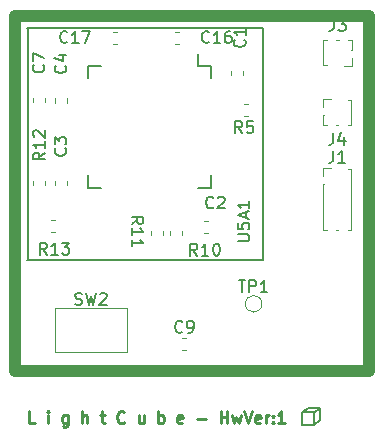
<source format=gbr>
G04 #@! TF.GenerationSoftware,KiCad,Pcbnew,5.0.2-bee76a0~70~ubuntu18.04.1*
G04 #@! TF.CreationDate,2020-07-09T21:56:47-07:00*
G04 #@! TF.ProjectId,light_thing_hw,6c696768-745f-4746-9869-6e675f68772e,rev?*
G04 #@! TF.SameCoordinates,Original*
G04 #@! TF.FileFunction,Legend,Top*
G04 #@! TF.FilePolarity,Positive*
%FSLAX46Y46*%
G04 Gerber Fmt 4.6, Leading zero omitted, Abs format (unit mm)*
G04 Created by KiCad (PCBNEW 5.0.2-bee76a0~70~ubuntu18.04.1) date Thu 09 Jul 2020 09:56:47 PM PDT*
%MOMM*%
%LPD*%
G01*
G04 APERTURE LIST*
%ADD10C,0.200000*%
%ADD11C,0.250000*%
%ADD12C,1.000000*%
%ADD13C,0.150000*%
%ADD14C,0.120000*%
G04 APERTURE END LIST*
D10*
X118110000Y-67056000D02*
X118110000Y-86614000D01*
X138000000Y-86558000D02*
X138000000Y-67000000D01*
X138000000Y-67000000D02*
X118000000Y-67000000D01*
X118000000Y-86614000D02*
X138000000Y-86614000D01*
X142300000Y-99600000D02*
X142800000Y-99200000D01*
X142850000Y-100150000D02*
X142300000Y-100600000D01*
X142850000Y-99150000D02*
X142850000Y-100150000D01*
X141850000Y-99150000D02*
X142850000Y-99150000D01*
X141300000Y-99550000D02*
X141850000Y-99150000D01*
X142300000Y-100600000D02*
X141300000Y-100600000D01*
X142300000Y-99550000D02*
X142300000Y-100600000D01*
X141300000Y-99550000D02*
X142300000Y-99550000D01*
X141300000Y-100550000D02*
X141300000Y-99550000D01*
D11*
X118690476Y-100452380D02*
X118214285Y-100452380D01*
X118214285Y-99452380D01*
X119785714Y-100452380D02*
X119785714Y-99785714D01*
X119785714Y-99452380D02*
X119738095Y-99500000D01*
X119785714Y-99547619D01*
X119833333Y-99500000D01*
X119785714Y-99452380D01*
X119785714Y-99547619D01*
X121452380Y-99785714D02*
X121452380Y-100595238D01*
X121404761Y-100690476D01*
X121357142Y-100738095D01*
X121261904Y-100785714D01*
X121119047Y-100785714D01*
X121023809Y-100738095D01*
X121452380Y-100404761D02*
X121357142Y-100452380D01*
X121166666Y-100452380D01*
X121071428Y-100404761D01*
X121023809Y-100357142D01*
X120976190Y-100261904D01*
X120976190Y-99976190D01*
X121023809Y-99880952D01*
X121071428Y-99833333D01*
X121166666Y-99785714D01*
X121357142Y-99785714D01*
X121452380Y-99833333D01*
X122690476Y-100452380D02*
X122690476Y-99452380D01*
X123119047Y-100452380D02*
X123119047Y-99928571D01*
X123071428Y-99833333D01*
X122976190Y-99785714D01*
X122833333Y-99785714D01*
X122738095Y-99833333D01*
X122690476Y-99880952D01*
X124214285Y-99785714D02*
X124595238Y-99785714D01*
X124357142Y-99452380D02*
X124357142Y-100309523D01*
X124404761Y-100404761D01*
X124500000Y-100452380D01*
X124595238Y-100452380D01*
X126261904Y-100357142D02*
X126214285Y-100404761D01*
X126071428Y-100452380D01*
X125976190Y-100452380D01*
X125833333Y-100404761D01*
X125738095Y-100309523D01*
X125690476Y-100214285D01*
X125642857Y-100023809D01*
X125642857Y-99880952D01*
X125690476Y-99690476D01*
X125738095Y-99595238D01*
X125833333Y-99500000D01*
X125976190Y-99452380D01*
X126071428Y-99452380D01*
X126214285Y-99500000D01*
X126261904Y-99547619D01*
X127880952Y-99785714D02*
X127880952Y-100452380D01*
X127452380Y-99785714D02*
X127452380Y-100309523D01*
X127500000Y-100404761D01*
X127595238Y-100452380D01*
X127738095Y-100452380D01*
X127833333Y-100404761D01*
X127880952Y-100357142D01*
X129119047Y-100452380D02*
X129119047Y-99452380D01*
X129119047Y-99833333D02*
X129214285Y-99785714D01*
X129404761Y-99785714D01*
X129500000Y-99833333D01*
X129547619Y-99880952D01*
X129595238Y-99976190D01*
X129595238Y-100261904D01*
X129547619Y-100357142D01*
X129500000Y-100404761D01*
X129404761Y-100452380D01*
X129214285Y-100452380D01*
X129119047Y-100404761D01*
X131166666Y-100404761D02*
X131071428Y-100452380D01*
X130880952Y-100452380D01*
X130785714Y-100404761D01*
X130738095Y-100309523D01*
X130738095Y-99928571D01*
X130785714Y-99833333D01*
X130880952Y-99785714D01*
X131071428Y-99785714D01*
X131166666Y-99833333D01*
X131214285Y-99928571D01*
X131214285Y-100023809D01*
X130738095Y-100119047D01*
X132404761Y-100071428D02*
X133166666Y-100071428D01*
X134404761Y-100452380D02*
X134404761Y-99452380D01*
X134404761Y-99928571D02*
X134976190Y-99928571D01*
X134976190Y-100452380D02*
X134976190Y-99452380D01*
X135357142Y-99785714D02*
X135547619Y-100452380D01*
X135738095Y-99976190D01*
X135928571Y-100452380D01*
X136119047Y-99785714D01*
X136357142Y-99452380D02*
X136690476Y-100452380D01*
X137023809Y-99452380D01*
X137738095Y-100404761D02*
X137642857Y-100452380D01*
X137452380Y-100452380D01*
X137357142Y-100404761D01*
X137309523Y-100309523D01*
X137309523Y-99928571D01*
X137357142Y-99833333D01*
X137452380Y-99785714D01*
X137642857Y-99785714D01*
X137738095Y-99833333D01*
X137785714Y-99928571D01*
X137785714Y-100023809D01*
X137309523Y-100119047D01*
X138214285Y-100452380D02*
X138214285Y-99785714D01*
X138214285Y-99976190D02*
X138261904Y-99880952D01*
X138309523Y-99833333D01*
X138404761Y-99785714D01*
X138500000Y-99785714D01*
X138833333Y-100357142D02*
X138880952Y-100404761D01*
X138833333Y-100452380D01*
X138785714Y-100404761D01*
X138833333Y-100357142D01*
X138833333Y-100452380D01*
X138833333Y-99833333D02*
X138880952Y-99880952D01*
X138833333Y-99928571D01*
X138785714Y-99880952D01*
X138833333Y-99833333D01*
X138833333Y-99928571D01*
X139833333Y-100452380D02*
X139261904Y-100452380D01*
X139547619Y-100452380D02*
X139547619Y-99452380D01*
X139452380Y-99595238D01*
X139357142Y-99690476D01*
X139261904Y-99738095D01*
D12*
X147000000Y-96000000D02*
X147000000Y-66000000D01*
X117000000Y-96000000D02*
X147000000Y-96000000D01*
X117000000Y-66000000D02*
X117000000Y-96000000D01*
X147000000Y-66000000D02*
X117000000Y-66000000D01*
D13*
G04 #@! TO.C,U5A1*
X132489571Y-70198695D02*
X132489571Y-69173695D01*
X133564571Y-80548695D02*
X133564571Y-79473695D01*
X123214571Y-80548695D02*
X123214571Y-79473695D01*
X123214571Y-70198695D02*
X123214571Y-71273695D01*
X133564571Y-70198695D02*
X133564571Y-71273695D01*
X123214571Y-70198695D02*
X124289571Y-70198695D01*
X123214571Y-80548695D02*
X124289571Y-80548695D01*
X133564571Y-80548695D02*
X132489571Y-80548695D01*
X133564571Y-70198695D02*
X132489571Y-70198695D01*
D14*
G04 #@! TO.C,C1*
X135249571Y-70954962D02*
X135249571Y-70612428D01*
X136269571Y-70954962D02*
X136269571Y-70612428D01*
G04 #@! TO.C,C2*
X133019892Y-84323103D02*
X133362426Y-84323103D01*
X133019892Y-83303103D02*
X133362426Y-83303103D01*
G04 #@! TO.C,C3*
X121409571Y-79967428D02*
X121409571Y-80309962D01*
X120389571Y-79967428D02*
X120389571Y-80309962D01*
G04 #@! TO.C,C4*
X120389571Y-72967428D02*
X120389571Y-73309962D01*
X121409571Y-72967428D02*
X121409571Y-73309962D01*
G04 #@! TO.C,C7*
X118521626Y-73303433D02*
X118521626Y-72960899D01*
X119541626Y-73303433D02*
X119541626Y-72960899D01*
G04 #@! TO.C,C9*
X131153733Y-94280000D02*
X131496267Y-94280000D01*
X131153733Y-93260000D02*
X131496267Y-93260000D01*
G04 #@! TO.C,C16*
X130862426Y-68323103D02*
X130519892Y-68323103D01*
X130862426Y-67303103D02*
X130519892Y-67303103D01*
G04 #@! TO.C,C17*
X125612426Y-67303103D02*
X125269892Y-67303103D01*
X125612426Y-68323103D02*
X125269892Y-68323103D01*
G04 #@! TO.C,J1*
X143054000Y-78817000D02*
X143764000Y-78817000D01*
X143054000Y-79502000D02*
X143054000Y-78817000D01*
X145158493Y-78942000D02*
X145474000Y-78942000D01*
X143054000Y-80187000D02*
X143155724Y-80187000D01*
X145474000Y-78942000D02*
X145474000Y-84062000D01*
X143054000Y-80187000D02*
X143054000Y-84062000D01*
X144158493Y-84062000D02*
X144369507Y-84062000D01*
X145158493Y-84062000D02*
X145474000Y-84062000D01*
X143054000Y-84062000D02*
X143369507Y-84062000D01*
G04 #@! TO.C,J3*
X145522740Y-68004132D02*
X145207233Y-68004132D01*
X143418247Y-68004132D02*
X143102740Y-68004132D01*
X144418247Y-68004132D02*
X144207233Y-68004132D01*
X145522740Y-68879132D02*
X145522740Y-68004132D01*
X143102740Y-70124132D02*
X143102740Y-68004132D01*
X145522740Y-68879132D02*
X145421016Y-68879132D01*
X143418247Y-70124132D02*
X143102740Y-70124132D01*
X145522740Y-69564132D02*
X145522740Y-70249132D01*
X145522740Y-70249132D02*
X144812740Y-70249132D01*
G04 #@! TO.C,J4*
X143054000Y-72975000D02*
X143764000Y-72975000D01*
X143054000Y-73660000D02*
X143054000Y-72975000D01*
X145158493Y-73100000D02*
X145474000Y-73100000D01*
X143054000Y-74345000D02*
X143155724Y-74345000D01*
X145474000Y-73100000D02*
X145474000Y-75220000D01*
X143054000Y-74345000D02*
X143054000Y-75220000D01*
X144158493Y-75220000D02*
X144369507Y-75220000D01*
X145158493Y-75220000D02*
X145474000Y-75220000D01*
X143054000Y-75220000D02*
X143369507Y-75220000D01*
G04 #@! TO.C,R5*
X136367733Y-74424000D02*
X136710267Y-74424000D01*
X136367733Y-73404000D02*
X136710267Y-73404000D01*
G04 #@! TO.C,R10*
X130099571Y-84549962D02*
X130099571Y-84207428D01*
X131119571Y-84549962D02*
X131119571Y-84207428D01*
G04 #@! TO.C,R11*
X128499571Y-84549962D02*
X128499571Y-84207428D01*
X129519571Y-84549962D02*
X129519571Y-84207428D01*
G04 #@! TO.C,R12*
X118521626Y-80303433D02*
X118521626Y-79960899D01*
X119541626Y-80303433D02*
X119541626Y-79960899D01*
G04 #@! TO.C,R13*
X120033304Y-83213695D02*
X120375838Y-83213695D01*
X120033304Y-84233695D02*
X120375838Y-84233695D01*
G04 #@! TO.C,SW2*
X120360000Y-90730000D02*
X126480000Y-90730000D01*
X126480000Y-90730000D02*
X126480000Y-94430000D01*
X126480000Y-94430000D02*
X120360000Y-94430000D01*
X120360000Y-94430000D02*
X120360000Y-90730000D01*
G04 #@! TO.C,TP1*
X137900000Y-90350000D02*
G75*
G03X137900000Y-90350000I-700000J0D01*
G01*
G04 #@! TO.C,U5A1*
D13*
X135841951Y-85040361D02*
X136651475Y-85040361D01*
X136746713Y-84992742D01*
X136794332Y-84945123D01*
X136841951Y-84849885D01*
X136841951Y-84659409D01*
X136794332Y-84564171D01*
X136746713Y-84516552D01*
X136651475Y-84468933D01*
X135841951Y-84468933D01*
X135841951Y-83516552D02*
X135841951Y-83992742D01*
X136318142Y-84040361D01*
X136270523Y-83992742D01*
X136222904Y-83897504D01*
X136222904Y-83659409D01*
X136270523Y-83564171D01*
X136318142Y-83516552D01*
X136413380Y-83468933D01*
X136651475Y-83468933D01*
X136746713Y-83516552D01*
X136794332Y-83564171D01*
X136841951Y-83659409D01*
X136841951Y-83897504D01*
X136794332Y-83992742D01*
X136746713Y-84040361D01*
X136556237Y-83087980D02*
X136556237Y-82611790D01*
X136841951Y-83183218D02*
X135841951Y-82849885D01*
X136841951Y-82516552D01*
X136841951Y-81659409D02*
X136841951Y-82230837D01*
X136841951Y-81945123D02*
X135841951Y-81945123D01*
X135984809Y-82040361D01*
X136080047Y-82135599D01*
X136127666Y-82230837D01*
G04 #@! TO.C,C1*
X136423301Y-67979769D02*
X136470920Y-68027388D01*
X136518539Y-68170245D01*
X136518539Y-68265483D01*
X136470920Y-68408341D01*
X136375682Y-68503579D01*
X136280444Y-68551198D01*
X136089968Y-68598817D01*
X135947111Y-68598817D01*
X135756635Y-68551198D01*
X135661397Y-68503579D01*
X135566159Y-68408341D01*
X135518539Y-68265483D01*
X135518539Y-68170245D01*
X135566159Y-68027388D01*
X135613778Y-67979769D01*
X136518539Y-67027388D02*
X136518539Y-67598817D01*
X136518539Y-67313103D02*
X135518539Y-67313103D01*
X135661397Y-67408341D01*
X135756635Y-67503579D01*
X135804254Y-67598817D01*
G04 #@! TO.C,C2*
X133794492Y-82170245D02*
X133746873Y-82217864D01*
X133604016Y-82265483D01*
X133508778Y-82265483D01*
X133365920Y-82217864D01*
X133270682Y-82122626D01*
X133223063Y-82027388D01*
X133175444Y-81836912D01*
X133175444Y-81694055D01*
X133223063Y-81503579D01*
X133270682Y-81408341D01*
X133365920Y-81313103D01*
X133508778Y-81265483D01*
X133604016Y-81265483D01*
X133746873Y-81313103D01*
X133794492Y-81360722D01*
X134175444Y-81360722D02*
X134223063Y-81313103D01*
X134318301Y-81265483D01*
X134556397Y-81265483D01*
X134651635Y-81313103D01*
X134699254Y-81360722D01*
X134746873Y-81455960D01*
X134746873Y-81551198D01*
X134699254Y-81694055D01*
X134127825Y-82265483D01*
X134746873Y-82265483D01*
G04 #@! TO.C,C3*
X121256713Y-77180361D02*
X121304332Y-77227980D01*
X121351951Y-77370837D01*
X121351951Y-77466075D01*
X121304332Y-77608933D01*
X121209094Y-77704171D01*
X121113856Y-77751790D01*
X120923380Y-77799409D01*
X120780523Y-77799409D01*
X120590047Y-77751790D01*
X120494809Y-77704171D01*
X120399571Y-77608933D01*
X120351951Y-77466075D01*
X120351951Y-77370837D01*
X120399571Y-77227980D01*
X120447190Y-77180361D01*
X120351951Y-76847028D02*
X120351951Y-76227980D01*
X120732904Y-76561314D01*
X120732904Y-76418456D01*
X120780523Y-76323218D01*
X120828142Y-76275599D01*
X120923380Y-76227980D01*
X121161475Y-76227980D01*
X121256713Y-76275599D01*
X121304332Y-76323218D01*
X121351951Y-76418456D01*
X121351951Y-76704171D01*
X121304332Y-76799409D01*
X121256713Y-76847028D01*
G04 #@! TO.C,C4*
X121256713Y-70180361D02*
X121304332Y-70227980D01*
X121351951Y-70370837D01*
X121351951Y-70466075D01*
X121304332Y-70608933D01*
X121209094Y-70704171D01*
X121113856Y-70751790D01*
X120923380Y-70799409D01*
X120780523Y-70799409D01*
X120590047Y-70751790D01*
X120494809Y-70704171D01*
X120399571Y-70608933D01*
X120351951Y-70466075D01*
X120351951Y-70370837D01*
X120399571Y-70227980D01*
X120447190Y-70180361D01*
X120685285Y-69323218D02*
X121351951Y-69323218D01*
X120304332Y-69561314D02*
X121018618Y-69799409D01*
X121018618Y-69180361D01*
G04 #@! TO.C,C7*
X119386713Y-70110361D02*
X119434332Y-70157980D01*
X119481951Y-70300837D01*
X119481951Y-70396075D01*
X119434332Y-70538933D01*
X119339094Y-70634171D01*
X119243856Y-70681790D01*
X119053380Y-70729409D01*
X118910523Y-70729409D01*
X118720047Y-70681790D01*
X118624809Y-70634171D01*
X118529571Y-70538933D01*
X118481951Y-70396075D01*
X118481951Y-70300837D01*
X118529571Y-70157980D01*
X118577190Y-70110361D01*
X118481951Y-69777028D02*
X118481951Y-69110361D01*
X119481951Y-69538933D01*
G04 #@! TO.C,C9*
X131158333Y-92697142D02*
X131110714Y-92744761D01*
X130967857Y-92792380D01*
X130872619Y-92792380D01*
X130729761Y-92744761D01*
X130634523Y-92649523D01*
X130586904Y-92554285D01*
X130539285Y-92363809D01*
X130539285Y-92220952D01*
X130586904Y-92030476D01*
X130634523Y-91935238D01*
X130729761Y-91840000D01*
X130872619Y-91792380D01*
X130967857Y-91792380D01*
X131110714Y-91840000D01*
X131158333Y-91887619D01*
X131634523Y-92792380D02*
X131825000Y-92792380D01*
X131920238Y-92744761D01*
X131967857Y-92697142D01*
X132063095Y-92554285D01*
X132110714Y-92363809D01*
X132110714Y-91982857D01*
X132063095Y-91887619D01*
X132015476Y-91840000D01*
X131920238Y-91792380D01*
X131729761Y-91792380D01*
X131634523Y-91840000D01*
X131586904Y-91887619D01*
X131539285Y-91982857D01*
X131539285Y-92220952D01*
X131586904Y-92316190D01*
X131634523Y-92363809D01*
X131729761Y-92411428D01*
X131920238Y-92411428D01*
X132015476Y-92363809D01*
X132063095Y-92316190D01*
X132110714Y-92220952D01*
G04 #@! TO.C,C16*
X133423301Y-68170245D02*
X133375682Y-68217864D01*
X133232825Y-68265483D01*
X133137587Y-68265483D01*
X132994730Y-68217864D01*
X132899492Y-68122626D01*
X132851873Y-68027388D01*
X132804254Y-67836912D01*
X132804254Y-67694055D01*
X132851873Y-67503579D01*
X132899492Y-67408341D01*
X132994730Y-67313103D01*
X133137587Y-67265483D01*
X133232825Y-67265483D01*
X133375682Y-67313103D01*
X133423301Y-67360722D01*
X134375682Y-68265483D02*
X133804254Y-68265483D01*
X134089968Y-68265483D02*
X134089968Y-67265483D01*
X133994730Y-67408341D01*
X133899492Y-67503579D01*
X133804254Y-67551198D01*
X135232825Y-67265483D02*
X135042349Y-67265483D01*
X134947111Y-67313103D01*
X134899492Y-67360722D01*
X134804254Y-67503579D01*
X134756635Y-67694055D01*
X134756635Y-68075007D01*
X134804254Y-68170245D01*
X134851873Y-68217864D01*
X134947111Y-68265483D01*
X135137587Y-68265483D01*
X135232825Y-68217864D01*
X135280444Y-68170245D01*
X135328063Y-68075007D01*
X135328063Y-67836912D01*
X135280444Y-67741674D01*
X135232825Y-67694055D01*
X135137587Y-67646436D01*
X134947111Y-67646436D01*
X134851873Y-67694055D01*
X134804254Y-67741674D01*
X134756635Y-67836912D01*
G04 #@! TO.C,C17*
X121423301Y-68170245D02*
X121375682Y-68217864D01*
X121232825Y-68265483D01*
X121137587Y-68265483D01*
X120994730Y-68217864D01*
X120899492Y-68122626D01*
X120851873Y-68027388D01*
X120804254Y-67836912D01*
X120804254Y-67694055D01*
X120851873Y-67503579D01*
X120899492Y-67408341D01*
X120994730Y-67313103D01*
X121137587Y-67265483D01*
X121232825Y-67265483D01*
X121375682Y-67313103D01*
X121423301Y-67360722D01*
X122375682Y-68265483D02*
X121804254Y-68265483D01*
X122089968Y-68265483D02*
X122089968Y-67265483D01*
X121994730Y-67408341D01*
X121899492Y-67503579D01*
X121804254Y-67551198D01*
X122709016Y-67265483D02*
X123375682Y-67265483D01*
X122947111Y-68265483D01*
G04 #@! TO.C,J1*
X143930666Y-77394380D02*
X143930666Y-78108666D01*
X143883047Y-78251523D01*
X143787809Y-78346761D01*
X143644952Y-78394380D01*
X143549714Y-78394380D01*
X144930666Y-78394380D02*
X144359238Y-78394380D01*
X144644952Y-78394380D02*
X144644952Y-77394380D01*
X144549714Y-77537238D01*
X144454476Y-77632476D01*
X144359238Y-77680095D01*
G04 #@! TO.C,J3*
X143979406Y-66256512D02*
X143979406Y-66970798D01*
X143931787Y-67113655D01*
X143836549Y-67208893D01*
X143693692Y-67256512D01*
X143598454Y-67256512D01*
X144360359Y-66256512D02*
X144979406Y-66256512D01*
X144646073Y-66637465D01*
X144788930Y-66637465D01*
X144884168Y-66685084D01*
X144931787Y-66732703D01*
X144979406Y-66827941D01*
X144979406Y-67066036D01*
X144931787Y-67161274D01*
X144884168Y-67208893D01*
X144788930Y-67256512D01*
X144503216Y-67256512D01*
X144407978Y-67208893D01*
X144360359Y-67161274D01*
G04 #@! TO.C,J4*
X143930666Y-75872380D02*
X143930666Y-76586666D01*
X143883047Y-76729523D01*
X143787809Y-76824761D01*
X143644952Y-76872380D01*
X143549714Y-76872380D01*
X144835428Y-76205714D02*
X144835428Y-76872380D01*
X144597333Y-75824761D02*
X144359238Y-76539047D01*
X144978285Y-76539047D01*
G04 #@! TO.C,R5*
X136231333Y-75890380D02*
X135898000Y-75414190D01*
X135659904Y-75890380D02*
X135659904Y-74890380D01*
X136040857Y-74890380D01*
X136136095Y-74938000D01*
X136183714Y-74985619D01*
X136231333Y-75080857D01*
X136231333Y-75223714D01*
X136183714Y-75318952D01*
X136136095Y-75366571D01*
X136040857Y-75414190D01*
X135659904Y-75414190D01*
X137136095Y-74890380D02*
X136659904Y-74890380D01*
X136612285Y-75366571D01*
X136659904Y-75318952D01*
X136755142Y-75271333D01*
X136993238Y-75271333D01*
X137088476Y-75318952D01*
X137136095Y-75366571D01*
X137183714Y-75461809D01*
X137183714Y-75699904D01*
X137136095Y-75795142D01*
X137088476Y-75842761D01*
X136993238Y-75890380D01*
X136755142Y-75890380D01*
X136659904Y-75842761D01*
X136612285Y-75795142D01*
G04 #@! TO.C,R10*
X132423301Y-86265483D02*
X132089968Y-85789293D01*
X131851873Y-86265483D02*
X131851873Y-85265483D01*
X132232825Y-85265483D01*
X132328063Y-85313103D01*
X132375682Y-85360722D01*
X132423301Y-85455960D01*
X132423301Y-85598817D01*
X132375682Y-85694055D01*
X132328063Y-85741674D01*
X132232825Y-85789293D01*
X131851873Y-85789293D01*
X133375682Y-86265483D02*
X132804254Y-86265483D01*
X133089968Y-86265483D02*
X133089968Y-85265483D01*
X132994730Y-85408341D01*
X132899492Y-85503579D01*
X132804254Y-85551198D01*
X133994730Y-85265483D02*
X134089968Y-85265483D01*
X134185206Y-85313103D01*
X134232825Y-85360722D01*
X134280444Y-85455960D01*
X134328063Y-85646436D01*
X134328063Y-85884531D01*
X134280444Y-86075007D01*
X134232825Y-86170245D01*
X134185206Y-86217864D01*
X134089968Y-86265483D01*
X133994730Y-86265483D01*
X133899492Y-86217864D01*
X133851873Y-86170245D01*
X133804254Y-86075007D01*
X133756635Y-85884531D01*
X133756635Y-85646436D01*
X133804254Y-85455960D01*
X133851873Y-85360722D01*
X133899492Y-85313103D01*
X133994730Y-85265483D01*
G04 #@! TO.C,R11*
X126867190Y-83580837D02*
X127343380Y-83247504D01*
X126867190Y-83009409D02*
X127867190Y-83009409D01*
X127867190Y-83390361D01*
X127819571Y-83485599D01*
X127771951Y-83533218D01*
X127676713Y-83580837D01*
X127533856Y-83580837D01*
X127438618Y-83533218D01*
X127390999Y-83485599D01*
X127343380Y-83390361D01*
X127343380Y-83009409D01*
X126867190Y-84533218D02*
X126867190Y-83961790D01*
X126867190Y-84247504D02*
X127867190Y-84247504D01*
X127724332Y-84152266D01*
X127629094Y-84057028D01*
X127581475Y-83961790D01*
X126867190Y-85485599D02*
X126867190Y-84914171D01*
X126867190Y-85199885D02*
X127867190Y-85199885D01*
X127724332Y-85104647D01*
X127629094Y-85009409D01*
X127581475Y-84914171D01*
G04 #@! TO.C,R12*
X119521951Y-77556552D02*
X119045761Y-77889885D01*
X119521951Y-78127980D02*
X118521951Y-78127980D01*
X118521951Y-77747028D01*
X118569571Y-77651790D01*
X118617190Y-77604171D01*
X118712428Y-77556552D01*
X118855285Y-77556552D01*
X118950523Y-77604171D01*
X118998142Y-77651790D01*
X119045761Y-77747028D01*
X119045761Y-78127980D01*
X119521951Y-76604171D02*
X119521951Y-77175599D01*
X119521951Y-76889885D02*
X118521951Y-76889885D01*
X118664809Y-76985123D01*
X118760047Y-77080361D01*
X118807666Y-77175599D01*
X118617190Y-76223218D02*
X118569571Y-76175599D01*
X118521951Y-76080361D01*
X118521951Y-75842266D01*
X118569571Y-75747028D01*
X118617190Y-75699409D01*
X118712428Y-75651790D01*
X118807666Y-75651790D01*
X118950523Y-75699409D01*
X119521951Y-76270837D01*
X119521951Y-75651790D01*
G04 #@! TO.C,R13*
X119686713Y-86176075D02*
X119353380Y-85699885D01*
X119115285Y-86176075D02*
X119115285Y-85176075D01*
X119496237Y-85176075D01*
X119591475Y-85223695D01*
X119639094Y-85271314D01*
X119686713Y-85366552D01*
X119686713Y-85509409D01*
X119639094Y-85604647D01*
X119591475Y-85652266D01*
X119496237Y-85699885D01*
X119115285Y-85699885D01*
X120639094Y-86176075D02*
X120067666Y-86176075D01*
X120353380Y-86176075D02*
X120353380Y-85176075D01*
X120258142Y-85318933D01*
X120162904Y-85414171D01*
X120067666Y-85461790D01*
X120972428Y-85176075D02*
X121591475Y-85176075D01*
X121258142Y-85557028D01*
X121400999Y-85557028D01*
X121496237Y-85604647D01*
X121543856Y-85652266D01*
X121591475Y-85747504D01*
X121591475Y-85985599D01*
X121543856Y-86080837D01*
X121496237Y-86128456D01*
X121400999Y-86176075D01*
X121115285Y-86176075D01*
X121020047Y-86128456D01*
X120972428Y-86080837D01*
G04 #@! TO.C,SW2*
X122086666Y-90384761D02*
X122229523Y-90432380D01*
X122467619Y-90432380D01*
X122562857Y-90384761D01*
X122610476Y-90337142D01*
X122658095Y-90241904D01*
X122658095Y-90146666D01*
X122610476Y-90051428D01*
X122562857Y-90003809D01*
X122467619Y-89956190D01*
X122277142Y-89908571D01*
X122181904Y-89860952D01*
X122134285Y-89813333D01*
X122086666Y-89718095D01*
X122086666Y-89622857D01*
X122134285Y-89527619D01*
X122181904Y-89480000D01*
X122277142Y-89432380D01*
X122515238Y-89432380D01*
X122658095Y-89480000D01*
X122991428Y-89432380D02*
X123229523Y-90432380D01*
X123420000Y-89718095D01*
X123610476Y-90432380D01*
X123848571Y-89432380D01*
X124181904Y-89527619D02*
X124229523Y-89480000D01*
X124324761Y-89432380D01*
X124562857Y-89432380D01*
X124658095Y-89480000D01*
X124705714Y-89527619D01*
X124753333Y-89622857D01*
X124753333Y-89718095D01*
X124705714Y-89860952D01*
X124134285Y-90432380D01*
X124753333Y-90432380D01*
G04 #@! TO.C,TP1*
X135938095Y-88354380D02*
X136509523Y-88354380D01*
X136223809Y-89354380D02*
X136223809Y-88354380D01*
X136842857Y-89354380D02*
X136842857Y-88354380D01*
X137223809Y-88354380D01*
X137319047Y-88402000D01*
X137366666Y-88449619D01*
X137414285Y-88544857D01*
X137414285Y-88687714D01*
X137366666Y-88782952D01*
X137319047Y-88830571D01*
X137223809Y-88878190D01*
X136842857Y-88878190D01*
X138366666Y-89354380D02*
X137795238Y-89354380D01*
X138080952Y-89354380D02*
X138080952Y-88354380D01*
X137985714Y-88497238D01*
X137890476Y-88592476D01*
X137795238Y-88640095D01*
G04 #@! TD*
M02*

</source>
